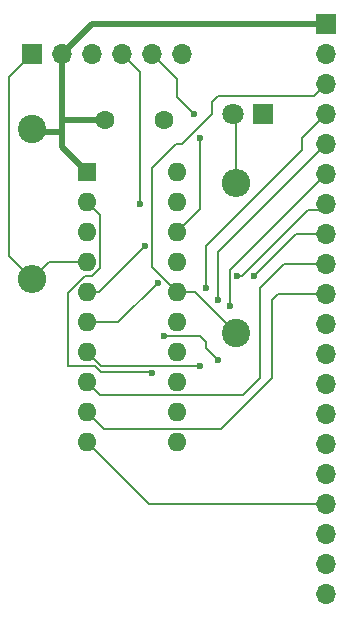
<source format=gbr>
%TF.GenerationSoftware,KiCad,Pcbnew,8.0.1*%
%TF.CreationDate,2024-05-12T15:38:33-03:00*%
%TF.ProjectId,PIC16F687-690_dev_board,50494331-3646-4363-9837-2d3639305f64,rev?*%
%TF.SameCoordinates,Original*%
%TF.FileFunction,Copper,L1,Top*%
%TF.FilePolarity,Positive*%
%FSLAX46Y46*%
G04 Gerber Fmt 4.6, Leading zero omitted, Abs format (unit mm)*
G04 Created by KiCad (PCBNEW 8.0.1) date 2024-05-12 15:38:33*
%MOMM*%
%LPD*%
G01*
G04 APERTURE LIST*
%TA.AperFunction,ComponentPad*%
%ADD10C,2.400000*%
%TD*%
%TA.AperFunction,ComponentPad*%
%ADD11O,2.400000X2.400000*%
%TD*%
%TA.AperFunction,ComponentPad*%
%ADD12R,1.700000X1.700000*%
%TD*%
%TA.AperFunction,ComponentPad*%
%ADD13O,1.700000X1.700000*%
%TD*%
%TA.AperFunction,ComponentPad*%
%ADD14R,1.800000X1.800000*%
%TD*%
%TA.AperFunction,ComponentPad*%
%ADD15C,1.800000*%
%TD*%
%TA.AperFunction,ComponentPad*%
%ADD16C,1.600000*%
%TD*%
%TA.AperFunction,ComponentPad*%
%ADD17R,1.600000X1.600000*%
%TD*%
%TA.AperFunction,ComponentPad*%
%ADD18O,1.600000X1.600000*%
%TD*%
%TA.AperFunction,ViaPad*%
%ADD19C,0.600000*%
%TD*%
%TA.AperFunction,Conductor*%
%ADD20C,0.500000*%
%TD*%
%TA.AperFunction,Conductor*%
%ADD21C,0.200000*%
%TD*%
G04 APERTURE END LIST*
D10*
%TO.P,R1,1*%
%TO.N,VCC*%
X122936000Y-70358000D03*
D11*
%TO.P,R1,2*%
%TO.N,MCLR*%
X122936000Y-83058000D03*
%TD*%
D10*
%TO.P,R2,1*%
%TO.N,Net-(J2-Pin_3)*%
X140208000Y-87630000D03*
D11*
%TO.P,R2,2*%
%TO.N,Net-(D1-A)*%
X140208000Y-74930000D03*
%TD*%
D12*
%TO.P,J2,1,Pin_1*%
%TO.N,VCC*%
X147828000Y-61468000D03*
D13*
%TO.P,J2,2,Pin_2*%
%TO.N,GND*%
X147828000Y-64008000D03*
%TO.P,J2,3,Pin_3*%
%TO.N,Net-(J2-Pin_3)*%
X147828000Y-66548000D03*
%TO.P,J2,4,Pin_4*%
%TO.N,Net-(J2-Pin_4)*%
X147828000Y-69088000D03*
%TO.P,J2,5,Pin_5*%
%TO.N,Net-(J2-Pin_5)*%
X147828000Y-71628000D03*
%TO.P,J2,6,Pin_6*%
%TO.N,Net-(J2-Pin_6)*%
X147828000Y-74168000D03*
%TO.P,J2,7,Pin_7*%
%TO.N,Net-(J2-Pin_7)*%
X147828000Y-76708000D03*
%TO.P,J2,8,Pin_8*%
%TO.N,Net-(J2-Pin_8)*%
X147828000Y-79248000D03*
%TO.P,J2,9,Pin_9*%
%TO.N,Net-(J2-Pin_9)*%
X147828000Y-81788000D03*
%TO.P,J2,10,Pin_10*%
%TO.N,Net-(J2-Pin_10)*%
X147828000Y-84328000D03*
%TO.P,J2,11,Pin_11*%
%TO.N,PGD4*%
X147828000Y-86868000D03*
%TO.P,J2,12,Pin_12*%
%TO.N,PGC5*%
X147828000Y-89408000D03*
%TO.P,J2,13,Pin_13*%
%TO.N,Net-(J2-Pin_13)*%
X147828000Y-91948000D03*
%TO.P,J2,14,Pin_14*%
%TO.N,MCLR*%
X147828000Y-94488000D03*
%TO.P,J2,15,Pin_15*%
%TO.N,Net-(J2-Pin_15)*%
X147828000Y-97028000D03*
%TO.P,J2,16,Pin_16*%
%TO.N,Net-(J2-Pin_16)*%
X147828000Y-99568000D03*
%TO.P,J2,17,Pin_17*%
%TO.N,Net-(J2-Pin_17)*%
X147828000Y-102108000D03*
%TO.P,J2,18,Pin_18*%
%TO.N,Net-(J2-Pin_18)*%
X147828000Y-104648000D03*
%TO.P,J2,19,Pin_19*%
%TO.N,Net-(J2-Pin_19)*%
X147828000Y-107188000D03*
%TO.P,J2,20,Pin_20*%
%TO.N,Net-(J2-Pin_20)*%
X147828000Y-109728000D03*
%TD*%
D14*
%TO.P,D1,1,K*%
%TO.N,GND*%
X142499000Y-69088000D03*
D15*
%TO.P,D1,2,A*%
%TO.N,Net-(D1-A)*%
X139959000Y-69088000D03*
%TD*%
D12*
%TO.P,J1,1,Pin_1*%
%TO.N,MCLR*%
X122936000Y-64008000D03*
D13*
%TO.P,J1,2,Pin_2*%
%TO.N,VCC*%
X125476000Y-64008000D03*
%TO.P,J1,3,Pin_3*%
%TO.N,GND*%
X128016000Y-64008000D03*
%TO.P,J1,4,Pin_4*%
%TO.N,PGD4*%
X130556000Y-64008000D03*
%TO.P,J1,5,Pin_5*%
%TO.N,PGC5*%
X133096000Y-64008000D03*
%TO.P,J1,6,Pin_6*%
%TO.N,unconnected-(J1-Pin_6-Pad6)*%
X135636000Y-64008000D03*
%TD*%
D16*
%TO.P,C1,1*%
%TO.N,VCC*%
X129072000Y-69596000D03*
%TO.P,C1,2*%
%TO.N,GND*%
X134072000Y-69596000D03*
%TD*%
D17*
%TO.P,U1,1,VDD*%
%TO.N,VCC*%
X127600000Y-74000000D03*
D18*
%TO.P,U1,2,T1CKI/OSC1/CLKIN/RA5*%
%TO.N,Net-(J2-Pin_16)*%
X127600000Y-76540000D03*
%TO.P,U1,3,~{T1G}/OSC2/CLKOUT/AN3/RA4*%
%TO.N,Net-(J2-Pin_15)*%
X127600000Y-79080000D03*
%TO.P,U1,4,Vpp/~{MCLR}/RA3*%
%TO.N,MCLR*%
X127600000Y-81620000D03*
%TO.P,U1,5,RC5/CCP1/P1A*%
%TO.N,Net-(J2-Pin_8)*%
X127600000Y-84160000D03*
%TO.P,U1,6,RC4/C2OUT/P1B*%
%TO.N,Net-(J2-Pin_7)*%
X127600000Y-86700000D03*
%TO.P,U1,7,RC3/AN7/C12IN3-/P1C*%
%TO.N,Net-(J2-Pin_6)*%
X127600000Y-89240000D03*
%TO.P,U1,8,RC6/AN8/~{SS}*%
%TO.N,Net-(J2-Pin_9)*%
X127600000Y-91780000D03*
%TO.P,U1,9,RC7/AN9/SDO*%
%TO.N,Net-(J2-Pin_10)*%
X127600000Y-94320000D03*
%TO.P,U1,10,TX/CK/RB7*%
%TO.N,Net-(J2-Pin_17)*%
X127600000Y-96860000D03*
%TO.P,U1,11,SCK/SCL/RB6*%
%TO.N,Net-(J2-Pin_18)*%
X135220000Y-96860000D03*
%TO.P,U1,12,RX/DT/AN11/RB5*%
%TO.N,Net-(J2-Pin_19)*%
X135220000Y-94320000D03*
%TO.P,U1,13,SDI/SDA/AN10/RB4*%
%TO.N,Net-(J2-Pin_20)*%
X135220000Y-91780000D03*
%TO.P,U1,14,RC2/AN6/C12IN2-/P1D*%
%TO.N,Net-(J2-Pin_5)*%
X135220000Y-89240000D03*
%TO.P,U1,15,RC1/AN5/C12IN1-*%
%TO.N,Net-(J2-Pin_4)*%
X135220000Y-86700000D03*
%TO.P,U1,16,RC0/AN4/C2IN+*%
%TO.N,Net-(J2-Pin_3)*%
X135220000Y-84160000D03*
%TO.P,U1,17,C1OUT/T0CKI/INT/AN2/RA2*%
%TO.N,Net-(J2-Pin_13)*%
X135220000Y-81620000D03*
%TO.P,U1,18,C12IN0-/ICSPCLK/Vref/AN1/RA1*%
%TO.N,PGC5*%
X135220000Y-79080000D03*
%TO.P,U1,19,C1IN+/ICSPDAT/ULPWU/AN0/RA0*%
%TO.N,PGD4*%
X135220000Y-76540000D03*
%TO.P,U1,20,VSS*%
%TO.N,GND*%
X135220000Y-74000000D03*
%TD*%
D19*
%TO.N,PGC5*%
X137160000Y-71120000D03*
X136652000Y-69088000D03*
%TO.N,PGD4*%
X132080000Y-76708000D03*
%TO.N,Net-(J2-Pin_6)*%
X139700000Y-85344000D03*
X137160000Y-90424000D03*
%TO.N,Net-(J2-Pin_8)*%
X141732000Y-82804000D03*
X132496000Y-80264000D03*
%TO.N,Net-(J2-Pin_5)*%
X138684000Y-84836000D03*
%TO.N,Net-(J2-Pin_7)*%
X133563735Y-83352265D03*
X140300000Y-82804000D03*
%TO.N,Net-(J2-Pin_4)*%
X137668000Y-83820000D03*
%TO.N,Net-(J2-Pin_16)*%
X133096000Y-91024000D03*
%TO.N,Net-(J2-Pin_15)*%
X138684000Y-89916000D03*
X134112000Y-87884000D03*
%TD*%
D20*
%TO.N,VCC*%
X123190000Y-70612000D02*
X122936000Y-70358000D01*
X125476000Y-70612000D02*
X123190000Y-70612000D01*
X125476000Y-70612000D02*
X125476000Y-71876000D01*
X125476000Y-69596000D02*
X125476000Y-70612000D01*
X125476000Y-64008000D02*
X125476000Y-69596000D01*
X125476000Y-69596000D02*
X129072000Y-69596000D01*
X125476000Y-71876000D02*
X127600000Y-74000000D01*
X128016000Y-61468000D02*
X125476000Y-64008000D01*
X147828000Y-61468000D02*
X128016000Y-61468000D01*
D21*
%TO.N,Net-(D1-A)*%
X140208000Y-69337000D02*
X139959000Y-69088000D01*
X140208000Y-74930000D02*
X140208000Y-69337000D01*
%TO.N,MCLR*%
X122936000Y-64008000D02*
X120996000Y-65948000D01*
X120996000Y-65948000D02*
X120996000Y-81118000D01*
X120996000Y-81118000D02*
X122936000Y-83058000D01*
X127600000Y-81620000D02*
X124374000Y-81620000D01*
X124374000Y-81620000D02*
X122936000Y-83058000D01*
%TO.N,PGC5*%
X133096000Y-64008000D02*
X135172000Y-66084000D01*
X137160000Y-71120000D02*
X137160000Y-77140000D01*
X135172000Y-66084000D02*
X135172000Y-67608000D01*
X137160000Y-77140000D02*
X135220000Y-79080000D01*
X135172000Y-67608000D02*
X136652000Y-69088000D01*
%TO.N,PGD4*%
X130556000Y-64008000D02*
X132080000Y-65532000D01*
X132080000Y-65532000D02*
X132080000Y-76708000D01*
%TO.N,Net-(J2-Pin_6)*%
X147828000Y-74168000D02*
X139700000Y-82296000D01*
X128784000Y-90424000D02*
X127600000Y-89240000D01*
X137160000Y-90424000D02*
X128784000Y-90424000D01*
X139700000Y-82296000D02*
X139700000Y-85344000D01*
%TO.N,Net-(J2-Pin_8)*%
X127600000Y-84160000D02*
X128600000Y-84160000D01*
X141732000Y-82804000D02*
X145204265Y-79331735D01*
X128600000Y-84160000D02*
X132496000Y-80264000D01*
X141732000Y-82804000D02*
X145288000Y-79248000D01*
X145288000Y-79248000D02*
X147828000Y-79248000D01*
%TO.N,Net-(J2-Pin_5)*%
X138684000Y-80772000D02*
X138684000Y-84836000D01*
X147828000Y-71628000D02*
X138684000Y-80772000D01*
%TO.N,Net-(J2-Pin_3)*%
X138176000Y-68072000D02*
X138684000Y-67564000D01*
X135128000Y-71628000D02*
X135636000Y-71628000D01*
X146812000Y-67564000D02*
X147828000Y-66548000D01*
X136738000Y-84160000D02*
X135220000Y-84160000D01*
X135220000Y-84160000D02*
X133096000Y-82036000D01*
X138176000Y-69088000D02*
X138176000Y-68072000D01*
X140208000Y-87630000D02*
X136738000Y-84160000D01*
X133096000Y-73660000D02*
X135128000Y-71628000D01*
X135636000Y-71628000D02*
X138176000Y-69088000D01*
X133096000Y-82036000D02*
X133096000Y-73660000D01*
X138684000Y-67564000D02*
X146812000Y-67564000D01*
%TO.N,Net-(J2-Pin_7)*%
X146304000Y-77216000D02*
X147320000Y-77216000D01*
X130216000Y-86700000D02*
X133563735Y-83352265D01*
X127600000Y-86700000D02*
X130216000Y-86700000D01*
X147320000Y-77216000D02*
X147828000Y-76708000D01*
X140716000Y-82804000D02*
X146304000Y-77216000D01*
X140300000Y-82804000D02*
X140716000Y-82804000D01*
%TO.N,Net-(J2-Pin_4)*%
X145796000Y-71120000D02*
X147828000Y-69088000D01*
X137668000Y-80264000D02*
X145796000Y-72136000D01*
X145796000Y-72136000D02*
X145796000Y-71120000D01*
X137668000Y-83820000D02*
X137668000Y-80264000D01*
%TO.N,Net-(J2-Pin_17)*%
X147828000Y-102108000D02*
X132848000Y-102108000D01*
X132848000Y-102108000D02*
X127600000Y-96860000D01*
%TO.N,Net-(J2-Pin_16)*%
X125984000Y-90424000D02*
X128218314Y-90424000D01*
X128700000Y-82120000D02*
X128016000Y-82804000D01*
X125984000Y-84220365D02*
X125984000Y-90424000D01*
X128700000Y-77640000D02*
X128700000Y-82120000D01*
X128218314Y-90424000D02*
X128726314Y-90932000D01*
X128016000Y-82804000D02*
X127400365Y-82804000D01*
X128726314Y-90932000D02*
X133096000Y-90932000D01*
X133096000Y-90932000D02*
X133096000Y-91024000D01*
X127400365Y-82804000D02*
X125984000Y-84220365D01*
X127600000Y-76540000D02*
X128700000Y-77640000D01*
%TO.N,Net-(J2-Pin_10)*%
X143764000Y-84328000D02*
X143256000Y-84836000D01*
X147828000Y-84328000D02*
X143764000Y-84328000D01*
X143256000Y-91440000D02*
X138936000Y-95760000D01*
X129040000Y-95760000D02*
X127600000Y-94320000D01*
X138936000Y-95760000D02*
X129040000Y-95760000D01*
X143256000Y-84836000D02*
X143256000Y-91440000D01*
%TO.N,Net-(J2-Pin_9)*%
X128700000Y-92880000D02*
X127600000Y-91780000D01*
X142240000Y-83820000D02*
X142240000Y-91440000D01*
X140800000Y-92880000D02*
X128700000Y-92880000D01*
X142240000Y-91440000D02*
X140800000Y-92880000D01*
X147828000Y-81788000D02*
X144272000Y-81788000D01*
X144272000Y-81788000D02*
X142240000Y-83820000D01*
%TO.N,Net-(J2-Pin_15)*%
X137160000Y-87884000D02*
X137668000Y-88392000D01*
X137668000Y-88900000D02*
X138684000Y-89916000D01*
X137668000Y-88392000D02*
X137668000Y-88900000D01*
X134112000Y-87884000D02*
X137160000Y-87884000D01*
%TD*%
M02*

</source>
